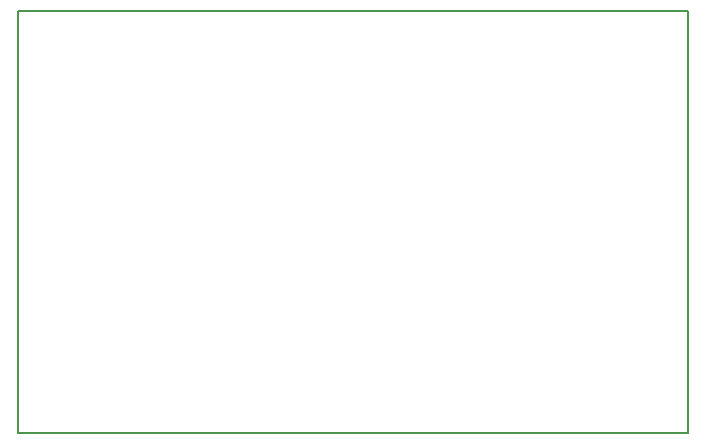
<source format=gko>
G04 DesignSpark PCB Gerber Version 12.0 Build 5942*
%FSLAX35Y35*%
%MOMM*%
%ADD10C,0.12700*%
X0Y0D02*
D02*
D10*
X42880000Y43935000D02*
X48560000D01*
Y47505000D01*
X42880000D01*
Y43935000D01*
X0Y0D02*
M02*

</source>
